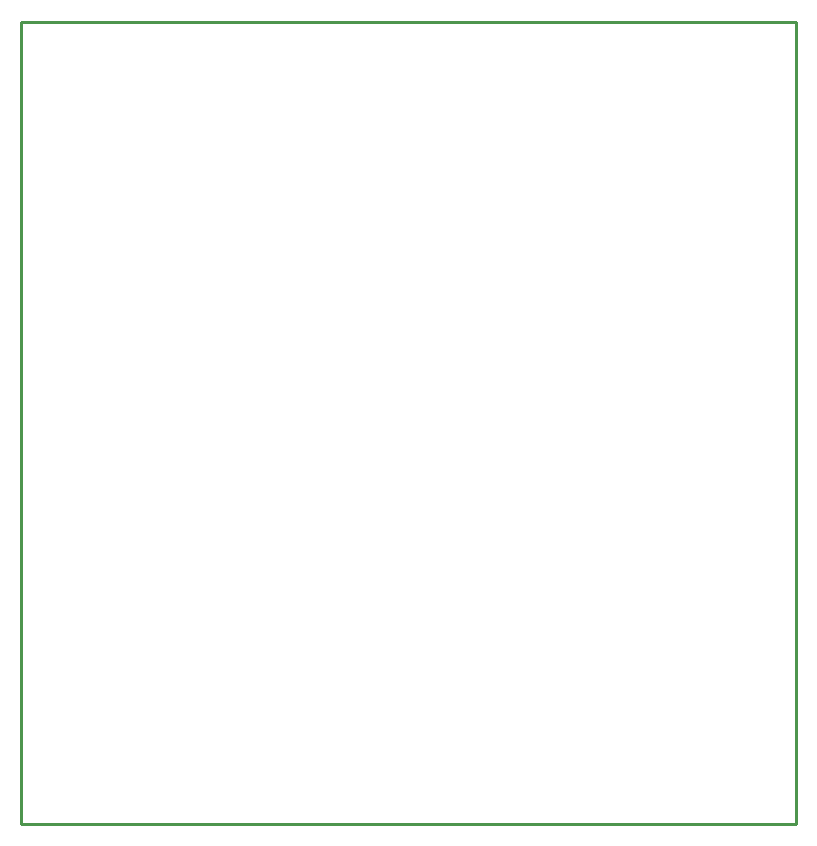
<source format=gko>
%FSTAX23Y23*%
%MOIN*%
%SFA1B1*%

%IPPOS*%
%ADD30C,0.010000*%
%LNqudruped_nano-1*%
%LPD*%
G54D30*
X02845Y00935D02*
Y0361D01*
Y00935D02*
X0543D01*
Y0361*
X02845D02*
X0543D01*
M02*
</source>
